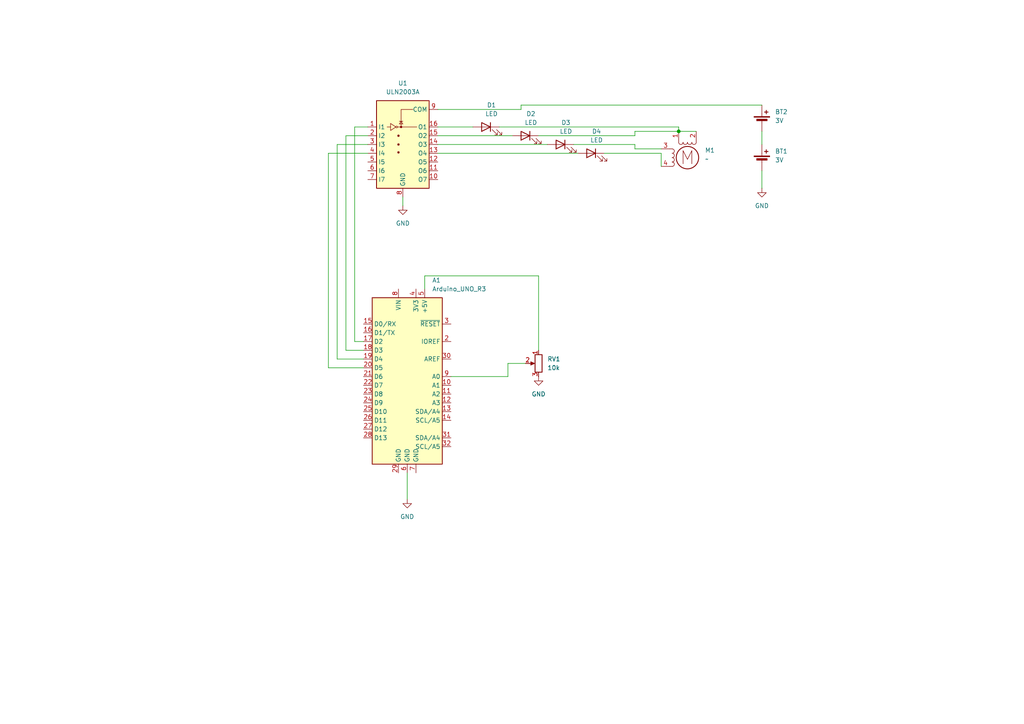
<source format=kicad_sch>
(kicad_sch (version 20250114) (generator "eeschema") (generator_version "9.0")
  (paper "A4")
  (lib_symbols
    (symbol "Device:Battery_Cell" (pin_numbers (hide yes)) (pin_names (offset 0) (hide yes))
      (property "Reference" "BT" (at 2.54 2.54 0))
      (property "Value" "Battery_Cell" (at 2.54 0 0))
      (symbol "Battery_Cell_0_1"
        (rectangle (start -2.286 1.778) (end 2.286 1.524) (fill (type outline)))
        (rectangle (start -1.524 1.016) (end 1.524 0.508) (fill (type outline)))
        (polyline (pts (xy 0 1.778) (xy 0 2.54)))
        (polyline (pts (xy 0 0.762) (xy 0 0)))
        (polyline (pts (xy 0.762 3.048) (xy 1.778 3.048)) (stroke (width 0.254)))
        (polyline (pts (xy 1.27 3.556) (xy 1.27 2.54)) (stroke (width 0.254)))
      )
      (symbol "Battery_Cell_1_1"
        (pin passive line (at 0 5.08 270) (length 2.54) (name "+") (number "1"))
        (pin passive line (at 0 -2.54 90) (length 2.54) (name "-") (number "2"))
      )
    )
    (symbol "Device:LED" (pin_numbers (hide yes)) (pin_names (offset 1.016) (hide yes))
      (property "Reference" "D" (at 0 2.54 0))
      (property "Value" "LED" (at 0 -2.54 0))
      (symbol "LED_0_1"
        (polyline (pts (xy -3.048 -0.762) (xy -4.572 -2.286) (xy -3.81 -2.286) (xy -4.572 -2.286) (xy -4.572 -1.524)))
        (polyline (pts (xy -1.778 -0.762) (xy -3.302 -2.286) (xy -2.54 -2.286) (xy -3.302 -2.286) (xy -3.302 -1.524)))
        (polyline (pts (xy -1.27 0) (xy 1.27 0)))
        (polyline (pts (xy -1.27 -1.27) (xy -1.27 1.27)) (stroke (width 0.254)))
        (polyline (pts (xy 1.27 -1.27) (xy 1.27 1.27) (xy -1.27 0) (xy 1.27 -1.27)) (stroke (width 0.254)))
      )
      (symbol "LED_1_1"
        (pin passive line (at -3.81 0 0) (length 2.54) (name "K") (number "1"))
        (pin passive line (at 3.81 0 180) (length 2.54) (name "A") (number "2"))
      )
    )
    (symbol "Device:R_Potentiometer" (pin_names (offset 1.016) (hide yes))
      (property "Reference" "RV" (at -4.445 0 90))
      (property "Value" "R_Potentiometer" (at -2.54 0 90))
      (symbol "R_Potentiometer_0_1"
        (rectangle (start 1.016 2.54) (end -1.016 -2.54) (stroke (width 0.254)))
        (polyline (pts (xy 1.143 0) (xy 2.286 0.508) (xy 2.286 -0.508) (xy 1.143 0)) (fill (type outline)))
        (polyline (pts (xy 2.54 0) (xy 1.524 0)))
      )
      (symbol "R_Potentiometer_1_1"
        (pin passive line (at 0 3.81 270) (length 1.27) (name "1") (number "1"))
        (pin passive line (at 0 -3.81 90) (length 1.27) (name "3") (number "3"))
        (pin passive line (at 3.81 0 180) (length 1.27) (name "2") (number "2"))
      )
    )
    (symbol "MCU_Module:Arduino_UNO_R3"
      (property "Reference" "A" (at -10.16 23.495 0))
      (property "Value" "Arduino_UNO_R3" (at 5.08 -26.67 0))
      (symbol "Arduino_UNO_R3_0_1"
        (rectangle (start -10.16 22.86) (end 10.16 -25.4) (stroke (width 0.254)) (fill (type background)))
      )
      (symbol "Arduino_UNO_R3_1_1"
        (pin bidirectional line (at -12.7 15.24 0) (length 2.54) (name "D0/RX") (number "15"))
        (pin bidirectional line (at -12.7 12.7 0) (length 2.54) (name "D1/TX") (number "16"))
        (pin bidirectional line (at -12.7 10.16 0) (length 2.54) (name "D2") (number "17"))
        (pin bidirectional line (at -12.7 7.62 0) (length 2.54) (name "D3") (number "18"))
        (pin bidirectional line (at -12.7 5.08 0) (length 2.54) (name "D4") (number "19"))
        (pin bidirectional line (at -12.7 2.54 0) (length 2.54) (name "D5") (number "20"))
        (pin bidirectional line (at -12.7 0 0) (length 2.54) (name "D6") (number "21"))
        (pin bidirectional line (at -12.7 -2.54 0) (length 2.54) (name "D7") (number "22"))
        (pin bidirectional line (at -12.7 -5.08 0) (length 2.54) (name "D8") (number "23"))
        (pin bidirectional line (at -12.7 -7.62 0) (length 2.54) (name "D9") (number "24"))
        (pin bidirectional line (at -12.7 -10.16 0) (length 2.54) (name "D10") (number "25"))
        (pin bidirectional line (at -12.7 -12.7 0) (length 2.54) (name "D11") (number "26"))
        (pin bidirectional line (at -12.7 -15.24 0) (length 2.54) (name "D12") (number "27"))
        (pin bidirectional line (at -12.7 -17.78 0) (length 2.54) (name "D13") (number "28"))
        (pin no_connect line (at -10.16 -20.32 0) (length 2.54) (hide yes) (name "NC") (number "1"))
        (pin power_in line (at -2.54 25.4 270) (length 2.54) (name "VIN") (number "8"))
        (pin power_in line (at -2.54 -27.94 90) (length 2.54) (name "GND") (number "29"))
        (pin power_in line (at 0 -27.94 90) (length 2.54) (name "GND") (number "6"))
        (pin power_out line (at 2.54 25.4 270) (length 2.54) (name "3V3") (number "4"))
        (pin power_in line (at 2.54 -27.94 90) (length 2.54) (name "GND") (number "7"))
        (pin power_out line (at 5.08 25.4 270) (length 2.54) (name "+5V") (number "5"))
        (pin input line (at 12.7 15.24 180) (length 2.54) (name "~{RESET}") (number "3"))
        (pin output line (at 12.7 10.16 180) (length 2.54) (name "IOREF") (number "2"))
        (pin input line (at 12.7 5.08 180) (length 2.54) (name "AREF") (number "30"))
        (pin bidirectional line (at 12.7 0 180) (length 2.54) (name "A0") (number "9"))
        (pin bidirectional line (at 12.7 -2.54 180) (length 2.54) (name "A1") (number "10"))
        (pin bidirectional line (at 12.7 -5.08 180) (length 2.54) (name "A2") (number "11"))
        (pin bidirectional line (at 12.7 -7.62 180) (length 2.54) (name "A3") (number "12"))
        (pin bidirectional line (at 12.7 -10.16 180) (length 2.54) (name "SDA/A4") (number "13"))
        (pin bidirectional line (at 12.7 -12.7 180) (length 2.54) (name "SCL/A5") (number "14"))
        (pin bidirectional line (at 12.7 -17.78 180) (length 2.54) (name "SDA/A4") (number "31"))
        (pin bidirectional line (at 12.7 -20.32 180) (length 2.54) (name "SCL/A5") (number "32"))
      )
    )
    (symbol "Motor:Stepper_Motor_bipolar" (pin_names (offset 0) (hide yes))
      (property "Reference" "M" (at 3.81 2.54 0))
      (property "Value" "Stepper_Motor_bipolar" (at 3.81 1.27 0))
      (symbol "Stepper_Motor_bipolar_0_0"
        (polyline (pts (xy -1.27 -1.778) (xy -1.27 2.032) (xy 0 -0.508) (xy 1.27 2.032) (xy 1.27 -1.778)))
      )
      (symbol "Stepper_Motor_bipolar_0_1"
        (polyline (pts (xy -5.08 2.54) (xy -4.445 2.54)))
        (polyline (pts (xy -5.08 -2.54) (xy -4.445 -2.54)))
        (arc (start -4.445 2.54) (mid -3.8127 1.905) (end -4.445 1.27))
        (arc (start -4.445 1.27) (mid -3.8127 0.635) (end -4.445 0))
        (arc (start -4.445 0) (mid -3.8127 -0.635) (end -4.445 -1.27))
        (arc (start -4.445 -1.27) (mid -3.8127 -1.905) (end -4.445 -2.54))
        (polyline (pts (xy -2.54 5.08) (xy -2.54 4.445)))
        (arc (start -1.27 4.445) (mid -1.905 3.8127) (end -2.54 4.445))
        (arc (start 0 4.445) (mid -0.635 3.8127) (end -1.27 4.445))
        (circle (center 0 0) (radius 3.2512) (stroke (width 0.254)))
        (arc (start 1.27 4.445) (mid 0.635 3.8127) (end 0 4.445))
        (arc (start 2.54 4.445) (mid 1.905 3.8127) (end 1.27 4.445))
        (polyline (pts (xy 2.54 5.08) (xy 2.54 4.445)))
      )
      (symbol "Stepper_Motor_bipolar_1_1"
        (pin passive line (at -7.62 2.54 0) (length 2.54) (name "~") (number "3"))
        (pin passive line (at -7.62 -2.54 0) (length 2.54) (name "~") (number "4"))
        (pin passive line (at -2.54 7.62 270) (length 2.54) (name "~") (number "1"))
        (pin passive line (at 2.54 7.62 270) (length 2.54) (name "-") (number "2"))
      )
    )
    (symbol "Transistor_Array:ULN2003A"
      (property "Reference" "U" (at 0 15.875 0))
      (property "Value" "ULN2003A" (at 0 13.97 0))
      (symbol "ULN2003A_0_1"
        (rectangle (start -7.62 -12.7) (end 7.62 12.7) (stroke (width 0.254)) (fill (type background)))
        (polyline (pts (xy -4.572 5.08) (xy -3.556 5.08)))
        (polyline (pts (xy -3.556 6.096) (xy -3.556 4.064) (xy -2.032 5.08) (xy -3.556 6.096)))
        (circle (center -1.778 5.08) (radius 0.254))
        (polyline (pts (xy -1.524 5.08) (xy 4.064 5.08)))
        (circle (center -1.27 2.54) (radius 0.254) (fill (type outline)))
        (circle (center -1.27 0) (radius 0.254) (fill (type outline)))
        (circle (center -1.27 -2.286) (radius 0.254) (fill (type outline)))
        (circle (center -0.508 5.08) (radius 0.254) (fill (type outline)))
        (polyline (pts (xy -0.508 5.08) (xy -0.508 10.16) (xy 2.921 10.16)))
        (polyline (pts (xy 0 6.731) (xy -1.016 6.731)))
        (polyline (pts (xy 0 5.969) (xy -1.016 5.969) (xy -0.508 6.731) (xy 0 5.969)))
      )
      (symbol "ULN2003A_1_1"
        (pin input line (at -10.16 5.08 0) (length 2.54) (name "I1") (number "1"))
        (pin input line (at -10.16 2.54 0) (length 2.54) (name "I2") (number "2"))
        (pin input line (at -10.16 0 0) (length 2.54) (name "I3") (number "3"))
        (pin input line (at -10.16 -2.54 0) (length 2.54) (name "I4") (number "4"))
        (pin input line (at -10.16 -5.08 0) (length 2.54) (name "I5") (number "5"))
        (pin input line (at -10.16 -7.62 0) (length 2.54) (name "I6") (number "6"))
        (pin input line (at -10.16 -10.16 0) (length 2.54) (name "I7") (number "7"))
        (pin power_in line (at 0 -15.24 90) (length 2.54) (name "GND") (number "8"))
        (pin passive line (at 10.16 10.16 180) (length 2.54) (name "COM") (number "9"))
        (pin open_collector line (at 10.16 5.08 180) (length 2.54) (name "O1") (number "16"))
        (pin open_collector line (at 10.16 2.54 180) (length 2.54) (name "O2") (number "15"))
        (pin open_collector line (at 10.16 0 180) (length 2.54) (name "O3") (number "14"))
        (pin open_collector line (at 10.16 -2.54 180) (length 2.54) (name "O4") (number "13"))
        (pin open_collector line (at 10.16 -5.08 180) (length 2.54) (name "O5") (number "12"))
        (pin open_collector line (at 10.16 -7.62 180) (length 2.54) (name "O6") (number "11"))
        (pin open_collector line (at 10.16 -10.16 180) (length 2.54) (name "O7") (number "10"))
      )
    )
    (symbol "power:GND" (power) (pin_numbers (hide yes)) (pin_names (offset 0) (hide yes))
      (property "Value" "GND" (at 0 -3.81 0))
      (symbol "GND_0_1"
        (polyline (pts (xy 0 0) (xy 0 -1.27) (xy 1.27 -1.27) (xy 0 -2.54) (xy -1.27 -1.27) (xy 0 -1.27)))
      )
      (symbol "GND_1_1"
        (pin power_in line (at 0 0 270) (length 0) (name "~") (number "1"))
      )
    )
  )
  (junction (at 196.85 38.1))
  (wire (pts (xy 151.13 31.75) (xy 127 31.75)))
  (wire (pts (xy 97.79 104.14) (xy 105.41 104.14)))
  (wire (pts (xy 123.19 80.01) (xy 156.21 80.01)))
  (wire (pts (xy 196.85 38.1) (xy 184.15 38.1)))
  (wire (pts (xy 105.41 106.68) (xy 95.25 106.68)))
  (wire (pts (xy 116.84 57.15) (xy 116.84 59.69)))
  (wire (pts (xy 118.11 137.16) (xy 118.11 144.78)))
  (wire (pts (xy 191.77 43.18) (xy 184.15 43.18)))
  (wire (pts (xy 191.77 44.45) (xy 191.77 48.26)))
  (wire (pts (xy 147.32 109.22) (xy 147.32 105.41)))
  (wire (pts (xy 102.87 99.06) (xy 102.87 36.83)))
  (wire (pts (xy 100.33 101.6) (xy 105.41 101.6)))
  (wire (pts (xy 156.21 39.37) (xy 184.15 39.37)))
  (wire (pts (xy 220.98 38.1) (xy 220.98 41.91)))
  (wire (pts (xy 123.19 80.01) (xy 123.19 83.82)))
  (wire (pts (xy 97.79 41.91) (xy 97.79 104.14)))
  (wire (pts (xy 102.87 36.83) (xy 106.68 36.83)))
  (wire (pts (xy 220.98 49.53) (xy 220.98 54.61)))
  (wire (pts (xy 196.85 38.1) (xy 196.85 36.83)))
  (wire (pts (xy 127 36.83) (xy 137.16 36.83)))
  (wire (pts (xy 106.68 39.37) (xy 100.33 39.37)))
  (wire (pts (xy 106.68 41.91) (xy 97.79 41.91)))
  (wire (pts (xy 201.93 38.1) (xy 196.85 38.1)))
  (wire (pts (xy 220.98 30.48) (xy 151.13 30.48)))
  (wire (pts (xy 100.33 39.37) (xy 100.33 101.6)))
  (wire (pts (xy 130.81 109.22) (xy 147.32 109.22)))
  (wire (pts (xy 156.21 80.01) (xy 156.21 101.6)))
  (wire (pts (xy 95.25 44.45) (xy 106.68 44.45)))
  (wire (pts (xy 127 39.37) (xy 148.59 39.37)))
  (wire (pts (xy 151.13 30.48) (xy 151.13 31.75)))
  (wire (pts (xy 105.41 99.06) (xy 102.87 99.06)))
  (wire (pts (xy 166.37 41.91) (xy 184.15 41.91)))
  (wire (pts (xy 184.15 38.1) (xy 184.15 39.37)))
  (wire (pts (xy 127 41.91) (xy 158.75 41.91)))
  (wire (pts (xy 175.26 44.45) (xy 191.77 44.45)))
  (wire (pts (xy 184.15 43.18) (xy 184.15 41.91)))
  (wire (pts (xy 95.25 106.68) (xy 95.25 44.45)))
  (wire (pts (xy 144.78 36.83) (xy 196.85 36.83)))
  (wire (pts (xy 127 44.45) (xy 167.64 44.45)))
  (wire (pts (xy 147.32 105.41) (xy 152.4 105.41)))
  (symbol (lib_id "Device:Battery_Cell") (at 220.98 46.99 0) (unit 1)
    (property "Reference" "BT1" (at 224.79 43.8784 0) (effects (justify left)))
    (property "Value" "3V" (at 224.79 46.4184 0) (effects (justify left)))
    (property "Description" "Single-cell battery" (effects (hide yes)))
  )
  (symbol (lib_id "power:GND") (at 116.84 59.69 0) (unit 1)
    (property "Reference" "#PWR02" (effects (hide yes)))
    (property "Value" "GND" (at 116.84 64.77 0))
    (property "Description" "Power symbol creates a global label with name \"GND\" , ground" (effects (hide yes)))
  )
  (symbol (lib_id "power:GND") (at 156.21 109.22 0) (unit 1)
    (property "Reference" "#PWR05" (effects (hide yes)))
    (property "Value" "GND" (at 156.21 114.3 0))
    (property "Description" "Power symbol creates a global label with name \"GND\" , ground" (effects (hide yes)))
  )
  (symbol (lib_id "Device:R_Potentiometer") (at 156.21 105.41 0) (mirror y) (unit 1)
    (property "Reference" "RV1" (at 158.75 104.1399 0) (effects (justify right)))
    (property "Value" "10k" (at 158.75 106.6799 0) (effects (justify right)))
    (property "Description" "Potentiometer" (effects (hide yes)))
  )
  (symbol (lib_id "Device:Battery_Cell") (at 220.98 35.56 0) (unit 1)
    (property "Reference" "BT2" (at 224.79 32.4484 0) (effects (justify left)))
    (property "Value" "3V" (at 224.79 34.9884 0) (effects (justify left)))
    (property "Description" "Single-cell battery" (effects (hide yes)))
  )
  (symbol (lib_id "MCU_Module:Arduino_UNO_R3") (at 118.11 109.22 0) (unit 1)
    (property "Reference" "A1" (at 125.3333 81.28 0) (effects (justify left)))
    (property "Value" "Arduino_UNO_R3" (at 125.3333 83.82 0) (effects (justify left)))
    (property "Footprint" "Module:Arduino_UNO_R3" (effects (hide yes)))
    (property "Datasheet" "https://www.arduino.cc/en/Main/arduinoBoardUno" (effects (hide yes)))
    (property "Description" "Arduino UNO Microcontroller Module, release 3" (effects (hide yes)))
  )
  (symbol (lib_id "Device:LED") (at 140.97 36.83 0) (mirror y) (unit 1)
    (property "Reference" "D1" (at 142.5575 30.48 0))
    (property "Value" "LED" (at 142.5575 33.02 0))
    (property "Description" "Light emitting diode" (effects (hide yes)))
    (property "Sim.Pins" "1=K 2=A" (effects (hide yes)))
  )
  (symbol (lib_id "power:GND") (at 118.11 144.78 0) (unit 1)
    (property "Reference" "#PWR04" (effects (hide yes)))
    (property "Value" "GND" (at 118.11 149.86 0))
    (property "Description" "Power symbol creates a global label with name \"GND\" , ground" (effects (hide yes)))
  )
  (symbol (lib_id "Transistor_Array:ULN2003A") (at 116.84 41.91 0) (unit 1)
    (property "Reference" "U1" (at 116.84 24.13 0))
    (property "Value" "ULN2003A" (at 116.84 26.67 0))
    (property "Datasheet" "http://www.ti.com/lit/ds/symlink/uln2003a.pdf" (effects (hide yes)))
    (property "Description" "High Voltage, High Current Darlington Transistor Arrays, SOIC16/SOIC16W/DIP16/TSSOP16" (effects (hide yes)))
  )
  (symbol (lib_id "Device:LED") (at 152.4 39.37 0) (mirror y) (unit 1)
    (property "Reference" "D2" (at 153.9875 33.02 0))
    (property "Value" "LED" (at 153.9875 35.56 0))
    (property "Description" "Light emitting diode" (effects (hide yes)))
    (property "Sim.Pins" "1=K 2=A" (effects (hide yes)))
  )
  (symbol (lib_id "Device:LED") (at 171.45 44.45 0) (mirror y) (unit 1)
    (property "Reference" "D4" (at 173.0375 38.1 0))
    (property "Value" "LED" (at 173.0375 40.64 0))
    (property "Description" "Light emitting diode" (effects (hide yes)))
    (property "Sim.Pins" "1=K 2=A" (effects (hide yes)))
  )
  (symbol (lib_id "Motor:Stepper_Motor_bipolar") (at 199.39 45.72 0) (unit 1)
    (property "Reference" "M1" (at 204.47 43.599 0) (effects (justify left)))
    (property "Value" "~" (at 204.47 46.139 0) (effects (justify left)))
    (property "Datasheet" "http://www.infineon.com/dgdl/Application-Note-TLE8110EE_driving_UniPolarStepperMotor_V1.1.pdf?fileId=db3a30431be39b97011be5d0aa0a00b0" (effects (hide yes)))
    (property "Description" "4-wire bipolar stepper motor" (effects (hide yes)))
  )
  (symbol (lib_id "power:GND") (at 220.98 54.61 0) (unit 1)
    (property "Reference" "#PWR03" (effects (hide yes)))
    (property "Value" "GND" (at 220.98 59.69 0))
    (property "Description" "Power symbol creates a global label with name \"GND\" , ground" (effects (hide yes)))
  )
  (symbol (lib_id "Device:LED") (at 162.56 41.91 0) (mirror y) (unit 1)
    (property "Reference" "D3" (at 164.1475 35.56 0))
    (property "Value" "LED" (at 164.1475 38.1 0))
    (property "Description" "Light emitting diode" (effects (hide yes)))
    (property "Sim.Pins" "1=K 2=A" (effects (hide yes)))
  )
)
</source>
